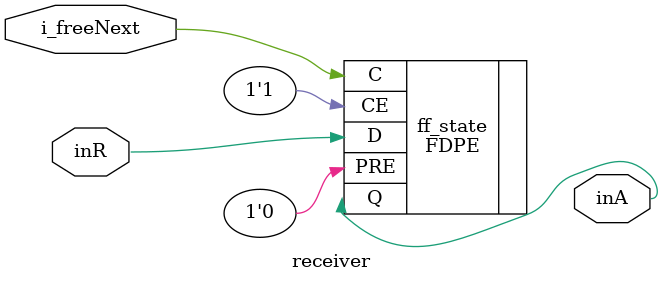
<source format=v>
`timescale 1ns / 1ps

(* dont_touch="true" *)module receiver(
inR, inA, i_freeNext);

input inR;
input i_freeNext;
output inA;

(* dont_touch="true" *)FDPE #(.INIT(1'b0)) ff_state (
    .Q      ( inA        ),      // 1-bit Data output
    .C      ( i_freeNext ),      // 1-bit Clock input
    .CE     ( 1'b1       ),      // 1-bit Clock enable input
    .PRE    ( 1'b0       ),      // 1-bit Asynchronous preset input
    .D      ( inR        )       // 1-bit Data input
   );

endmodule

</source>
